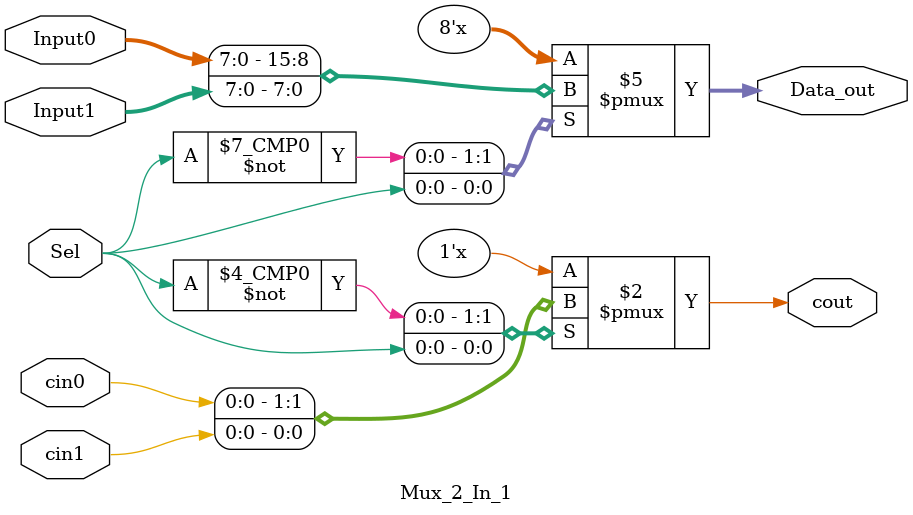
<source format=v>
`timescale 1ns / 1ps

module Mux_2_In_1 #(parameter BITS = 8) (Input0, cin0, Input1, cin1, Sel, Data_out, cout);
   // constant declaration
   parameter S0 = 1'b0;
   parameter S1 = 1'b1; 
   //inputs
   input [BITS-1:0] Input0;
   input [BITS-1:0] Input1;
   input cin0;
   input cin1;
   input Sel;
   //outputs
   output reg [BITS-1:0] Data_out;
   output reg cout;
   always @ (Sel or Input0 or Input1)
   begin
      case(Sel)
         S0: begin
            Data_out <= Input0;
	    cout <= cin0;
         end
         S1: begin
            Data_out <= Input1;
	    cout <= cin1;
	 end
      endcase
   end
endmodule
</source>
